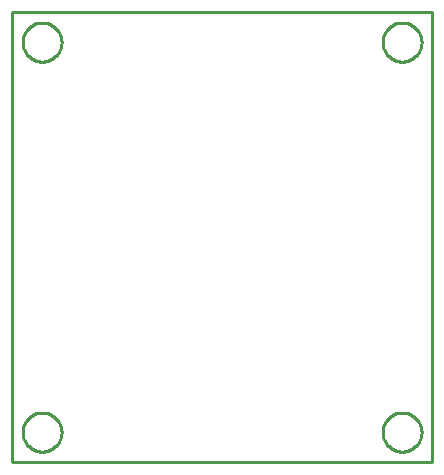
<source format=gbr>
G04 EAGLE Gerber RS-274X export*
G75*
%MOMM*%
%FSLAX34Y34*%
%LPD*%
%IN*%
%IPPOS*%
%AMOC8*
5,1,8,0,0,1.08239X$1,22.5*%
G01*
%ADD10C,0.254000*%


D10*
X-177800Y-190500D02*
X177800Y-190500D01*
X177800Y190500D01*
X-177800Y190500D01*
X-177800Y-190500D01*
X168910Y164560D02*
X168839Y163481D01*
X168698Y162409D01*
X168487Y161349D01*
X168208Y160305D01*
X167860Y159281D01*
X167446Y158283D01*
X166968Y157313D01*
X166428Y156377D01*
X165827Y155478D01*
X165169Y154621D01*
X164457Y153808D01*
X163692Y153044D01*
X162879Y152331D01*
X162022Y151673D01*
X161123Y151072D01*
X160187Y150532D01*
X159217Y150054D01*
X158219Y149640D01*
X157195Y149292D01*
X156151Y149013D01*
X155091Y148802D01*
X154019Y148661D01*
X152940Y148590D01*
X151860Y148590D01*
X150781Y148661D01*
X149709Y148802D01*
X148649Y149013D01*
X147605Y149292D01*
X146581Y149640D01*
X145583Y150054D01*
X144613Y150532D01*
X143677Y151072D01*
X142778Y151673D01*
X141921Y152331D01*
X141108Y153044D01*
X140344Y153808D01*
X139631Y154621D01*
X138973Y155478D01*
X138372Y156377D01*
X137832Y157313D01*
X137354Y158283D01*
X136940Y159281D01*
X136592Y160305D01*
X136313Y161349D01*
X136102Y162409D01*
X135961Y163481D01*
X135890Y164560D01*
X135890Y165640D01*
X135961Y166719D01*
X136102Y167791D01*
X136313Y168851D01*
X136592Y169895D01*
X136940Y170919D01*
X137354Y171917D01*
X137832Y172887D01*
X138372Y173823D01*
X138973Y174722D01*
X139631Y175579D01*
X140344Y176392D01*
X141108Y177157D01*
X141921Y177869D01*
X142778Y178527D01*
X143677Y179128D01*
X144613Y179668D01*
X145583Y180146D01*
X146581Y180560D01*
X147605Y180908D01*
X148649Y181187D01*
X149709Y181398D01*
X150781Y181539D01*
X151860Y181610D01*
X152940Y181610D01*
X154019Y181539D01*
X155091Y181398D01*
X156151Y181187D01*
X157195Y180908D01*
X158219Y180560D01*
X159217Y180146D01*
X160187Y179668D01*
X161123Y179128D01*
X162022Y178527D01*
X162879Y177869D01*
X163692Y177157D01*
X164457Y176392D01*
X165169Y175579D01*
X165827Y174722D01*
X166428Y173823D01*
X166968Y172887D01*
X167446Y171917D01*
X167860Y170919D01*
X168208Y169895D01*
X168487Y168851D01*
X168698Y167791D01*
X168839Y166719D01*
X168910Y165640D01*
X168910Y164560D01*
X-135890Y164560D02*
X-135961Y163481D01*
X-136102Y162409D01*
X-136313Y161349D01*
X-136592Y160305D01*
X-136940Y159281D01*
X-137354Y158283D01*
X-137832Y157313D01*
X-138372Y156377D01*
X-138973Y155478D01*
X-139631Y154621D01*
X-140344Y153808D01*
X-141108Y153044D01*
X-141921Y152331D01*
X-142778Y151673D01*
X-143677Y151072D01*
X-144613Y150532D01*
X-145583Y150054D01*
X-146581Y149640D01*
X-147605Y149292D01*
X-148649Y149013D01*
X-149709Y148802D01*
X-150781Y148661D01*
X-151860Y148590D01*
X-152940Y148590D01*
X-154019Y148661D01*
X-155091Y148802D01*
X-156151Y149013D01*
X-157195Y149292D01*
X-158219Y149640D01*
X-159217Y150054D01*
X-160187Y150532D01*
X-161123Y151072D01*
X-162022Y151673D01*
X-162879Y152331D01*
X-163692Y153044D01*
X-164457Y153808D01*
X-165169Y154621D01*
X-165827Y155478D01*
X-166428Y156377D01*
X-166968Y157313D01*
X-167446Y158283D01*
X-167860Y159281D01*
X-168208Y160305D01*
X-168487Y161349D01*
X-168698Y162409D01*
X-168839Y163481D01*
X-168910Y164560D01*
X-168910Y165640D01*
X-168839Y166719D01*
X-168698Y167791D01*
X-168487Y168851D01*
X-168208Y169895D01*
X-167860Y170919D01*
X-167446Y171917D01*
X-166968Y172887D01*
X-166428Y173823D01*
X-165827Y174722D01*
X-165169Y175579D01*
X-164457Y176392D01*
X-163692Y177157D01*
X-162879Y177869D01*
X-162022Y178527D01*
X-161123Y179128D01*
X-160187Y179668D01*
X-159217Y180146D01*
X-158219Y180560D01*
X-157195Y180908D01*
X-156151Y181187D01*
X-155091Y181398D01*
X-154019Y181539D01*
X-152940Y181610D01*
X-151860Y181610D01*
X-150781Y181539D01*
X-149709Y181398D01*
X-148649Y181187D01*
X-147605Y180908D01*
X-146581Y180560D01*
X-145583Y180146D01*
X-144613Y179668D01*
X-143677Y179128D01*
X-142778Y178527D01*
X-141921Y177869D01*
X-141108Y177157D01*
X-140344Y176392D01*
X-139631Y175579D01*
X-138973Y174722D01*
X-138372Y173823D01*
X-137832Y172887D01*
X-137354Y171917D01*
X-136940Y170919D01*
X-136592Y169895D01*
X-136313Y168851D01*
X-136102Y167791D01*
X-135961Y166719D01*
X-135890Y165640D01*
X-135890Y164560D01*
X168910Y-165640D02*
X168839Y-166719D01*
X168698Y-167791D01*
X168487Y-168851D01*
X168208Y-169895D01*
X167860Y-170919D01*
X167446Y-171917D01*
X166968Y-172887D01*
X166428Y-173823D01*
X165827Y-174722D01*
X165169Y-175579D01*
X164457Y-176392D01*
X163692Y-177157D01*
X162879Y-177869D01*
X162022Y-178527D01*
X161123Y-179128D01*
X160187Y-179668D01*
X159217Y-180146D01*
X158219Y-180560D01*
X157195Y-180908D01*
X156151Y-181187D01*
X155091Y-181398D01*
X154019Y-181539D01*
X152940Y-181610D01*
X151860Y-181610D01*
X150781Y-181539D01*
X149709Y-181398D01*
X148649Y-181187D01*
X147605Y-180908D01*
X146581Y-180560D01*
X145583Y-180146D01*
X144613Y-179668D01*
X143677Y-179128D01*
X142778Y-178527D01*
X141921Y-177869D01*
X141108Y-177157D01*
X140344Y-176392D01*
X139631Y-175579D01*
X138973Y-174722D01*
X138372Y-173823D01*
X137832Y-172887D01*
X137354Y-171917D01*
X136940Y-170919D01*
X136592Y-169895D01*
X136313Y-168851D01*
X136102Y-167791D01*
X135961Y-166719D01*
X135890Y-165640D01*
X135890Y-164560D01*
X135961Y-163481D01*
X136102Y-162409D01*
X136313Y-161349D01*
X136592Y-160305D01*
X136940Y-159281D01*
X137354Y-158283D01*
X137832Y-157313D01*
X138372Y-156377D01*
X138973Y-155478D01*
X139631Y-154621D01*
X140344Y-153808D01*
X141108Y-153044D01*
X141921Y-152331D01*
X142778Y-151673D01*
X143677Y-151072D01*
X144613Y-150532D01*
X145583Y-150054D01*
X146581Y-149640D01*
X147605Y-149292D01*
X148649Y-149013D01*
X149709Y-148802D01*
X150781Y-148661D01*
X151860Y-148590D01*
X152940Y-148590D01*
X154019Y-148661D01*
X155091Y-148802D01*
X156151Y-149013D01*
X157195Y-149292D01*
X158219Y-149640D01*
X159217Y-150054D01*
X160187Y-150532D01*
X161123Y-151072D01*
X162022Y-151673D01*
X162879Y-152331D01*
X163692Y-153044D01*
X164457Y-153808D01*
X165169Y-154621D01*
X165827Y-155478D01*
X166428Y-156377D01*
X166968Y-157313D01*
X167446Y-158283D01*
X167860Y-159281D01*
X168208Y-160305D01*
X168487Y-161349D01*
X168698Y-162409D01*
X168839Y-163481D01*
X168910Y-164560D01*
X168910Y-165640D01*
X-135890Y-165640D02*
X-135961Y-166719D01*
X-136102Y-167791D01*
X-136313Y-168851D01*
X-136592Y-169895D01*
X-136940Y-170919D01*
X-137354Y-171917D01*
X-137832Y-172887D01*
X-138372Y-173823D01*
X-138973Y-174722D01*
X-139631Y-175579D01*
X-140344Y-176392D01*
X-141108Y-177157D01*
X-141921Y-177869D01*
X-142778Y-178527D01*
X-143677Y-179128D01*
X-144613Y-179668D01*
X-145583Y-180146D01*
X-146581Y-180560D01*
X-147605Y-180908D01*
X-148649Y-181187D01*
X-149709Y-181398D01*
X-150781Y-181539D01*
X-151860Y-181610D01*
X-152940Y-181610D01*
X-154019Y-181539D01*
X-155091Y-181398D01*
X-156151Y-181187D01*
X-157195Y-180908D01*
X-158219Y-180560D01*
X-159217Y-180146D01*
X-160187Y-179668D01*
X-161123Y-179128D01*
X-162022Y-178527D01*
X-162879Y-177869D01*
X-163692Y-177157D01*
X-164457Y-176392D01*
X-165169Y-175579D01*
X-165827Y-174722D01*
X-166428Y-173823D01*
X-166968Y-172887D01*
X-167446Y-171917D01*
X-167860Y-170919D01*
X-168208Y-169895D01*
X-168487Y-168851D01*
X-168698Y-167791D01*
X-168839Y-166719D01*
X-168910Y-165640D01*
X-168910Y-164560D01*
X-168839Y-163481D01*
X-168698Y-162409D01*
X-168487Y-161349D01*
X-168208Y-160305D01*
X-167860Y-159281D01*
X-167446Y-158283D01*
X-166968Y-157313D01*
X-166428Y-156377D01*
X-165827Y-155478D01*
X-165169Y-154621D01*
X-164457Y-153808D01*
X-163692Y-153044D01*
X-162879Y-152331D01*
X-162022Y-151673D01*
X-161123Y-151072D01*
X-160187Y-150532D01*
X-159217Y-150054D01*
X-158219Y-149640D01*
X-157195Y-149292D01*
X-156151Y-149013D01*
X-155091Y-148802D01*
X-154019Y-148661D01*
X-152940Y-148590D01*
X-151860Y-148590D01*
X-150781Y-148661D01*
X-149709Y-148802D01*
X-148649Y-149013D01*
X-147605Y-149292D01*
X-146581Y-149640D01*
X-145583Y-150054D01*
X-144613Y-150532D01*
X-143677Y-151072D01*
X-142778Y-151673D01*
X-141921Y-152331D01*
X-141108Y-153044D01*
X-140344Y-153808D01*
X-139631Y-154621D01*
X-138973Y-155478D01*
X-138372Y-156377D01*
X-137832Y-157313D01*
X-137354Y-158283D01*
X-136940Y-159281D01*
X-136592Y-160305D01*
X-136313Y-161349D01*
X-136102Y-162409D01*
X-135961Y-163481D01*
X-135890Y-164560D01*
X-135890Y-165640D01*
M02*

</source>
